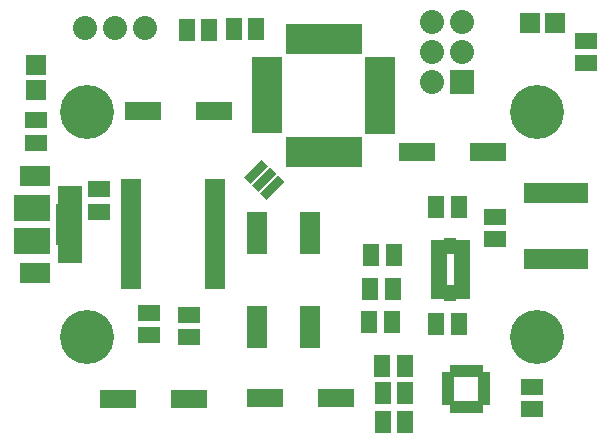
<source format=gts>
G04 (created by PCBNEW-RS274X (2011-nov-30)-testing) date Tue 31 Jul 2012 05:06:42 PM EDT*
%MOIN*%
G04 Gerber Fmt 3.4, Leading zero omitted, Abs format*
%FSLAX34Y34*%
G01*
G70*
G90*
G04 APERTURE LIST*
%ADD10C,0.006*%
%ADD11R,0.0554X0.0436*%
%ADD12R,0.0436X0.0554*%
%ADD13R,0.0357X0.0397*%
%ADD14R,0.0397X0.0357*%
%ADD15C,0.08*%
%ADD16R,0.0672X0.0672*%
%ADD17R,0.08X0.08*%
%ADD18R,0.0869X0.0357*%
%ADD19R,0.1027X0.0672*%
%ADD20R,0.0791X0.0672*%
%ADD21R,0.1184X0.0909*%
%ADD22R,0.035X0.07*%
%ADD23R,0.0987X0.0377*%
%ADD24R,0.0377X0.0987*%
%ADD25R,0.07X0.036*%
%ADD26R,0.055X0.075*%
%ADD27R,0.075X0.055*%
%ADD28R,0.1184X0.0593*%
%ADD29C,0.18*%
%ADD30R,0.0712X0.142*%
G04 APERTURE END LIST*
G54D10*
G54D11*
X14211Y6797D03*
X14211Y6482D03*
X14211Y6167D03*
X14211Y5853D03*
X14211Y5538D03*
X14211Y5223D03*
G54D12*
X14605Y5223D03*
G54D11*
X14999Y5223D03*
X14999Y5538D03*
X14999Y5853D03*
X14999Y6167D03*
X14999Y6482D03*
X14999Y6797D03*
G54D12*
X14605Y6797D03*
G54D13*
X14756Y1425D03*
X15012Y1425D03*
X15268Y1425D03*
X15524Y1425D03*
G54D14*
X15740Y1641D03*
X15740Y1897D03*
X15740Y2153D03*
X15740Y2409D03*
G54D13*
X15524Y2625D03*
X15268Y2625D03*
X15012Y2625D03*
X14756Y2625D03*
G54D14*
X14540Y2409D03*
X14540Y2153D03*
X14540Y1897D03*
X14540Y1641D03*
G54D15*
X4430Y14070D03*
X3430Y14070D03*
X2430Y14070D03*
G54D16*
X800Y11987D03*
X800Y12813D03*
G54D17*
X14980Y12250D03*
G54D15*
X13980Y12250D03*
X14980Y13250D03*
X13980Y13250D03*
X14980Y14250D03*
X13980Y14250D03*
G54D18*
X1893Y7500D03*
X1893Y7756D03*
X1893Y6988D03*
G54D19*
X751Y9114D03*
G54D20*
X1932Y8445D03*
G54D19*
X751Y5886D03*
G54D20*
X1932Y6555D03*
G54D18*
X1893Y7244D03*
G54D21*
X672Y8051D03*
X672Y6949D03*
G54D18*
X1893Y8012D03*
G54D16*
X18083Y14205D03*
X17257Y14205D03*
G54D10*
G36*
X8806Y9181D02*
X8219Y8594D01*
X7994Y8819D01*
X8581Y9406D01*
X8806Y9181D01*
X8806Y9181D01*
G37*
G36*
X9070Y8917D02*
X8483Y8330D01*
X8258Y8555D01*
X8845Y9142D01*
X9070Y8917D01*
X9070Y8917D01*
G37*
G36*
X8542Y9445D02*
X7955Y8858D01*
X7730Y9083D01*
X8317Y9670D01*
X8542Y9445D01*
X8542Y9445D01*
G37*
G54D22*
X17219Y6348D03*
X17475Y6348D03*
X17731Y6348D03*
X17987Y6348D03*
X18243Y6348D03*
X18499Y6348D03*
X18755Y6348D03*
X19011Y6348D03*
X19011Y8552D03*
X18755Y8552D03*
X18499Y8552D03*
X18243Y8552D03*
X17987Y8552D03*
X17731Y8552D03*
X17475Y8552D03*
X17219Y8552D03*
G54D23*
X8504Y10707D03*
X8504Y11022D03*
X8504Y11337D03*
X8504Y11652D03*
X8504Y11967D03*
X8504Y12282D03*
X8504Y12597D03*
X8504Y12912D03*
X12270Y12910D03*
X12270Y10700D03*
X12270Y11020D03*
X12270Y11340D03*
X12270Y11650D03*
X12270Y11970D03*
X12270Y12280D03*
X12270Y12600D03*
G54D24*
X9288Y13700D03*
X9602Y13700D03*
X9918Y13700D03*
X10232Y13700D03*
X10548Y13700D03*
X10862Y13700D03*
X11178Y13700D03*
X11492Y13700D03*
X9290Y9920D03*
X9600Y9920D03*
X9920Y9920D03*
X10230Y9920D03*
X10540Y9920D03*
X10860Y9920D03*
X11180Y9920D03*
X11500Y9920D03*
G54D25*
X6775Y5520D03*
X6775Y5770D03*
X6775Y6030D03*
X6775Y6290D03*
X6775Y6540D03*
X6775Y6800D03*
X6775Y7060D03*
X6775Y7310D03*
X6775Y7570D03*
X6775Y7820D03*
X6775Y8080D03*
X6775Y8340D03*
X6775Y8590D03*
X6775Y8850D03*
X3975Y8850D03*
X3975Y8590D03*
X3975Y8350D03*
X3975Y8080D03*
X3975Y7820D03*
X3975Y7570D03*
X3975Y7310D03*
X3975Y7060D03*
X3975Y6800D03*
X3975Y6540D03*
X3975Y6290D03*
X3975Y6030D03*
X3975Y5770D03*
X3975Y5520D03*
G54D26*
X11965Y6475D03*
X12715Y6475D03*
X12345Y915D03*
X13095Y915D03*
G54D27*
X17340Y2100D03*
X17340Y1350D03*
G54D26*
X14140Y4195D03*
X14890Y4195D03*
G54D27*
X16110Y7755D03*
X16110Y7005D03*
G54D26*
X14140Y8095D03*
X14890Y8095D03*
X11905Y4270D03*
X12655Y4270D03*
X11935Y5365D03*
X12685Y5365D03*
G54D27*
X4570Y4570D03*
X4570Y3820D03*
G54D26*
X13080Y2790D03*
X12330Y2790D03*
X13095Y1875D03*
X12345Y1875D03*
G54D27*
X5900Y4500D03*
X5900Y3750D03*
X2900Y7925D03*
X2900Y8675D03*
G54D26*
X8135Y14010D03*
X7385Y14010D03*
X5815Y14000D03*
X6565Y14000D03*
G54D27*
X19140Y13635D03*
X19140Y12885D03*
G54D28*
X15859Y9920D03*
X13500Y9920D03*
X10789Y1710D03*
X8430Y1710D03*
X5879Y1700D03*
X3520Y1700D03*
X6729Y11300D03*
X4370Y11300D03*
G54D29*
X2500Y11250D03*
X17500Y3750D03*
X17500Y11250D03*
X2500Y3750D03*
G54D27*
X800Y10975D03*
X800Y10225D03*
G54D30*
X9936Y4100D03*
X9936Y7230D03*
X8164Y7230D03*
X8164Y4100D03*
M02*

</source>
